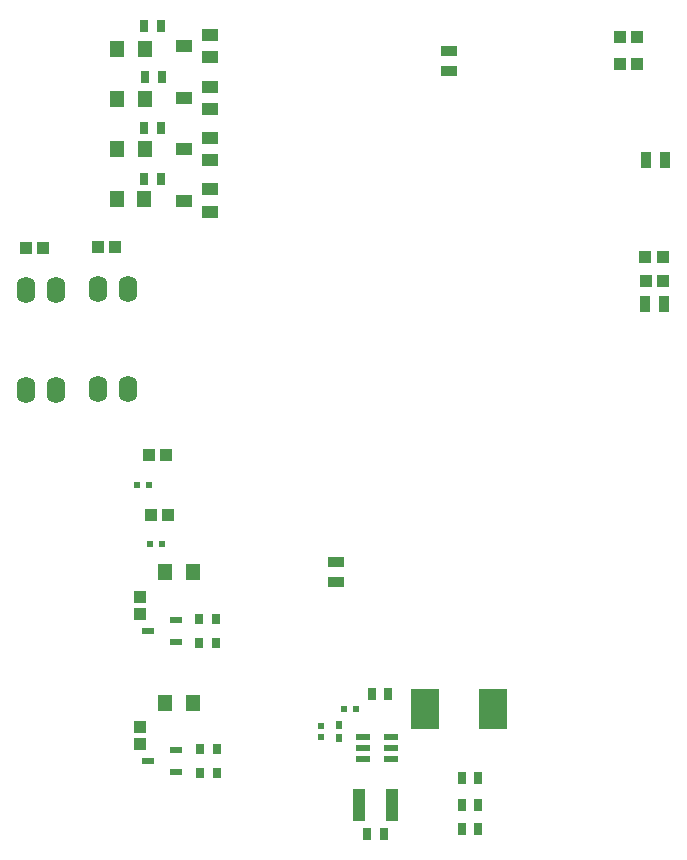
<source format=gtp>
G04 Layer_Color=8421504*
%FSTAX24Y24*%
%MOIN*%
G70*
G01*
G75*
%ADD10R,0.0244X0.0236*%
%ADD11R,0.0307X0.0386*%
%ADD12R,0.0402X0.0409*%
%ADD13R,0.0409X0.0402*%
%ADD14R,0.0453X0.0551*%
%ADD15R,0.0187X0.0197*%
%ADD16R,0.0256X0.0354*%
%ADD17R,0.0236X0.0295*%
%ADD18R,0.0378X0.0547*%
%ADD19R,0.0382X0.0579*%
%ADD20R,0.0579X0.0382*%
%ADD21R,0.0402X0.1071*%
%ADD22R,0.0945X0.1339*%
%ADD23R,0.0394X0.0236*%
%ADD24R,0.0551X0.0394*%
G04:AMPARAMS|DCode=25|XSize=48.8mil|YSize=21.7mil|CornerRadius=2.7mil|HoleSize=0mil|Usage=FLASHONLY|Rotation=0.000|XOffset=0mil|YOffset=0mil|HoleType=Round|Shape=RoundedRectangle|*
%AMROUNDEDRECTD25*
21,1,0.0488,0.0162,0,0,0.0*
21,1,0.0434,0.0217,0,0,0.0*
1,1,0.0054,0.0217,-0.0081*
1,1,0.0054,-0.0217,-0.0081*
1,1,0.0054,-0.0217,0.0081*
1,1,0.0054,0.0217,0.0081*
%
%ADD25ROUNDEDRECTD25*%
%ADD26O,0.0630X0.0886*%
D10*
X03855Y024869D02*
D03*
Y025231D02*
D03*
D11*
X032649Y04345D02*
D03*
X0332D02*
D03*
X032649Y04515D02*
D03*
X0332D02*
D03*
X032674Y04685D02*
D03*
X033226D02*
D03*
X032649Y04855D02*
D03*
X0332D02*
D03*
X040074Y021634D02*
D03*
X040626D02*
D03*
X043776Y0235D02*
D03*
X043224D02*
D03*
X043776Y0226D02*
D03*
X043224D02*
D03*
X043776Y0218D02*
D03*
X043224D02*
D03*
X040776Y0263D02*
D03*
X040224D02*
D03*
D12*
X0325Y029539D02*
D03*
Y028961D02*
D03*
Y025189D02*
D03*
Y024611D02*
D03*
D13*
X033389Y03425D02*
D03*
X032811D02*
D03*
X033439Y032272D02*
D03*
X032861D02*
D03*
X049089Y0473D02*
D03*
X048511D02*
D03*
X049089Y0482D02*
D03*
X048511D02*
D03*
X049939Y04005D02*
D03*
X049361D02*
D03*
X049929Y04085D02*
D03*
X04935D02*
D03*
X031689Y0412D02*
D03*
X031111D02*
D03*
X029289Y04115D02*
D03*
X028711D02*
D03*
D14*
X034263Y03035D02*
D03*
X033337D02*
D03*
X034263Y026D02*
D03*
X033337D02*
D03*
X03265Y0428D02*
D03*
X031725D02*
D03*
X032663Y044467D02*
D03*
X031737D02*
D03*
X032663Y046133D02*
D03*
X031737D02*
D03*
X032663Y0478D02*
D03*
X031737D02*
D03*
D15*
X0328Y03325D02*
D03*
X032397D02*
D03*
X032848Y031294D02*
D03*
X033252D02*
D03*
X039298Y0258D02*
D03*
X039702D02*
D03*
D16*
X035035Y028D02*
D03*
X034465D02*
D03*
X035035Y0288D02*
D03*
X034465D02*
D03*
X035085Y02365D02*
D03*
X034515D02*
D03*
X035085Y02445D02*
D03*
X034515D02*
D03*
D17*
X03915Y024833D02*
D03*
Y025267D02*
D03*
D18*
X049339Y0393D02*
D03*
X049961D02*
D03*
D19*
X050016Y044105D02*
D03*
X049362D02*
D03*
D20*
X03905Y030023D02*
D03*
Y030677D02*
D03*
X0428Y047073D02*
D03*
Y047727D02*
D03*
D21*
X040901Y0226D02*
D03*
X039799D02*
D03*
D22*
X042Y0258D02*
D03*
X044283D02*
D03*
D23*
X032778Y0284D02*
D03*
X033722Y028774D02*
D03*
Y028026D02*
D03*
X032778Y02405D02*
D03*
X033722Y024424D02*
D03*
Y023676D02*
D03*
D24*
X033985Y042737D02*
D03*
X034851Y043111D02*
D03*
Y042363D02*
D03*
X033985Y04445D02*
D03*
X034851Y044824D02*
D03*
Y044076D02*
D03*
X033985Y046163D02*
D03*
X034851Y046537D02*
D03*
Y045789D02*
D03*
X033985Y0479D02*
D03*
X034851Y048274D02*
D03*
Y047526D02*
D03*
D25*
X039933Y024874D02*
D03*
Y0245D02*
D03*
Y024126D02*
D03*
X040867D02*
D03*
Y0245D02*
D03*
Y024874D02*
D03*
D26*
X031111Y039801D02*
D03*
X032111D02*
D03*
Y036454D02*
D03*
X031111D02*
D03*
X0287Y039773D02*
D03*
X0297D02*
D03*
Y036427D02*
D03*
X0287D02*
D03*
M02*

</source>
